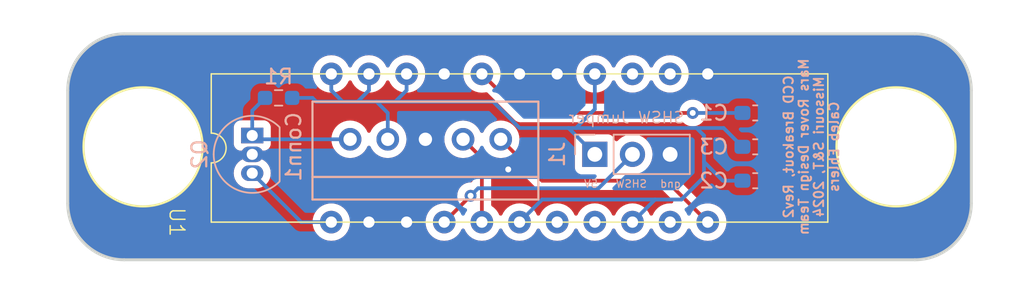
<source format=kicad_pcb>
(kicad_pcb (version 20221018) (generator pcbnew)
  (layers (0 "F.Cu" signal) (31 "B.Cu" signal) (34 "B.Paste" user) (35 "F.Paste" user) (36 "B.SilkS" user "B.Silkscreen") (37 "F.SilkS" user "F.Silkscreen") (38 "B.Mask" user) (39 "F.Mask" user) (44 "Edge.Cuts" user))
  (net 0 "")
  (net 1 "GND")
  (net 2 "Net-(U1-VGG)")
  (net 3 "+5V")
  (net 4 "SHSW")
  (net 5 "Vout")
  (net 6 "øCLK")
  (net 10 "øROG")
  (net 13 "BJT_Input")
  (footprint "MRDT_CCD:ILX511" (layer "F.Cu") (at 47.526 22.004)
    (fp_text reference "U1" (at -2.314 10 -90 unlocked) (layer "F.SilkS") (effects (font (thickness 0.1))))
    (fp_text value "ILX511")
    (fp_line (start 0 0) (end 0 3.996807) (stroke (width 0.1)) (layer "F.SilkS"))
    (fp_line (start 0 6.003193) (end 0 10) (stroke (width 0.1)) (layer "F.SilkS"))
    (fp_line (start 0 10) (end 41.6 10) (stroke (width 0.1)) (layer "F.SilkS"))
    (fp_line (start 41.6 0) (end 0 0) (stroke (width 0.1)) (layer "F.SilkS"))
    (fp_line (start 41.6 0) (end 41.6 10) (stroke (width 0.1)) (layer "F.SilkS"))
    (fp_arc (start 0 3.996807) (mid 1.003193 5) (end 0 6.003193) (stroke (width 0.1)) (layer "F.SilkS"))
    (pad "1" thru_hole circle (at 8.1 10) (size 1.524 1.524) (drill 0.762) (layers "*.Cu" "*.Mask") (net 13 "BJT_Input"))
    (pad "2" thru_hole circle (at 10.64 10) (size 1.524 1.524) (drill 0.762) (layers "*.Cu" "*.Mask") (net 1 "GND"))
    (pad "3" thru_hole circle (at 13.18 10) (size 1.524 1.524) (drill 0.762) (layers "*.Cu" "*.Mask") (net 1 "GND"))
    (pad "4" thru_hole circle (at 15.72 10) (size 1.524 1.524) (drill 0.762) (layers "*.Cu" "*.Mask") (net 4 "SHSW"))
    (pad "5" thru_hole circle (at 18.26 10) (size 1.524 1.524) (drill 0.762) (layers "*.Cu" "*.Mask") (net 6 "øCLK"))
    (pad "6" thru_hole circle (at 20.8 10) (size 1.524 1.524) (drill 0.762) (layers "*.Cu" "*.Mask") (net 3 "+5V"))
    (pad "7" thru_hole circle (at 23.34 10) (size 1.524 1.524) (drill 0.762) (layers "*.Cu" "*.Mask"))
    (pad "8" thru_hole circle (at 25.88 10) (size 1.524 1.524) (drill 0.762) (layers "*.Cu" "*.Mask"))
    (pad "9" thru_hole circle (at 28.42 10) (size 1.524 1.524) (drill 0.762) (layers "*.Cu" "*.Mask") (net 3 "+5V"))
    (pad "10" thru_hole circle (at 30.96 10) (size 1.524 1.524) (drill 0.762) (layers "*.Cu" "*.Mask"))
    (pad "11" thru_hole circle (at 33.5 10) (size 1.524 1.524) (drill 0.762) (layers "*.Cu" "*.Mask") (net 10 "øROG"))
    (pad "12" thru_hole circle (at 33.5 0) (size 1.524 1.524) (drill 0.762) (layers "*.Cu" "*.Mask") (net 1 "GND"))
    (pad "13" thru_hole circle (at 30.96 0) (size 1.524 1.524) (drill 0.762) (layers "*.Cu" "*.Mask"))
    (pad "14" thru_hole circle (at 28.42 0) (size 1.524 1.524) (drill 0.762) (layers "*.Cu" "*.Mask"))
    (pad "15" thru_hole circle (at 25.88 0) (size 1.524 1.524) (drill 0.762) (layers "*.Cu" "*.Mask") (net 3 "+5V"))
    (pad "16" thru_hole circle (at 23.34 0) (size 1.524 1.524) (drill 0.762) (layers "*.Cu" "*.Mask") (net 1 "GND"))
    (pad "17" thru_hole circle (at 20.8 0) (size 1.524 1.524) (drill 0.762) (layers "*.Cu" "*.Mask") (net 1 "GND"))
    (pad "18" thru_hole circle (at 18.26 0) (size 1.524 1.524) (drill 0.762) (layers "*.Cu" "*.Mask") (net 2 "Net-(U1-VGG)"))
    (pad "19" thru_hole circle (at 15.72 0) (size 1.524 1.524) (drill 0.762) (layers "*.Cu" "*.Mask") (net 1 "GND"))
    (pad "20" thru_hole circle (at 13.18 0) (size 1.524 1.524) (drill 0.762) (layers "*.Cu" "*.Mask") (net 3 "+5V"))
    (pad "21" thru_hole circle (at 10.64 0) (size 1.524 1.524) (drill 0.762) (layers "*.Cu" "*.Mask") (net 3 "+5V"))
    (pad "22" thru_hole circle (at 8.1 0) (size 1.524 1.524) (drill 0.762) (layers "*.Cu" "*.Mask") (net 3 "+5V"))
  )
  (footprint "MRDT_Drill_Holes:4_40_Hole" (layer "F.Cu") (at 93.726 26.924)
    (fp_text reference "V2" hide)
    (fp_text value "Via" hide)
    (fp_circle (center 0 0) (end -0.00508 4.01828) (stroke (width 0.15)) (fill none) (layer "F.SilkS"))
    (pad "" np_thru_hole circle (at 0 0) (size 2.9464 2.9464) (drill 2.9464) (layers "*.Cu" "*.Mask") (clearance 2.5))
  )
  (footprint "MRDT_Drill_Holes:4_40_Hole" (layer "F.Cu") (at 42.926 26.924)
    (fp_text reference "V1" hide)
    (fp_text value "Via" hide)
    (fp_circle (center 0 0) (end -0.00508 4.01828) (stroke (width 0.15)) (fill none) (layer "F.SilkS"))
    (pad "" np_thru_hole circle (at 0 0) (size 2.9464 2.9464) (drill 2.9464) (layers "*.Cu" "*.Mask") (clearance 2.5))
  )
  (footprint "Capacitor_SMD:C_0603_1608Metric_Pad1.08x0.95mm_HandSolder" (layer "B.Cu") (at 84.2275 26.924 180)
    (fp_text reference "C3" (at 2.794 0) (layer "B.SilkS") (effects (justify mirror)))
    (fp_text value "22µF")
    (fp_line (start -0.146267 -0.51) (end 0.146267 -0.51) (stroke (width 0.12)) (layer "B.SilkS"))
    (fp_line (start -0.146267 0.51) (end 0.146267 0.51) (stroke (width 0.12)) (layer "B.SilkS"))
    (pad "1" smd roundrect (at -0.8625 0 180) (size 1.075 0.95) (layers "B.Cu" "B.Paste" "B.Mask") (net 1 "GND"))
    (pad "2" smd roundrect (at 0.8625 0 180) (size 1.075 0.95) (layers "B.Cu" "B.Paste" "B.Mask") (net 3 "+5V"))
  )
  (footprint "Package_TO_SOT_THT:TO-92_Inline" (layer "B.Cu") (at 50.292 26.162 -90)
    (fp_text reference "Q2" (at 1.27 3.56 90) (layer "B.SilkS") (effects (justify mirror)))
    (fp_text value "KSA1015YTA")
    (fp_line (start -0.53 -1.85) (end 3.07 -1.85) (stroke (width 0.12)) (layer "B.SilkS"))
    (fp_arc (start 1.27 2.6) (mid -1.132087 0.994977) (end -0.568478 -1.838478) (stroke (width 0.12)) (layer "B.SilkS"))
    (fp_arc (start 3.108478 -1.838478) (mid 3.672087 0.994977) (end 1.27 2.6) (stroke (width 0.12)) (layer "B.SilkS"))
    (pad "1" thru_hole rect (at 0 0 270) (size 1.05 1.5) (drill 0.75) (layers "*.Cu" "*.Mask") (net 5 "Vout"))
    (pad "2" thru_hole oval (at 1.27 0 270) (size 1.05 1.5) (drill 0.75) (layers "*.Cu" "*.Mask") (net 1 "GND"))
    (pad "3" thru_hole oval (at 2.54 0 270) (size 1.05 1.5) (drill 0.75) (layers "*.Cu" "*.Mask") (net 13 "BJT_Input"))
  )
  (footprint "Capacitor_SMD:C_0603_1608Metric_Pad1.08x0.95mm_HandSolder" (layer "B.Cu") (at 84.2275 29.21 180)
    (fp_text reference "C2" (at 2.794 0) (layer "B.SilkS") (effects (justify mirror)))
    (fp_text value "0.01µF")
    (fp_line (start -0.146267 -0.51) (end 0.146267 -0.51) (stroke (width 0.12)) (layer "B.SilkS"))
    (fp_line (start -0.146267 0.51) (end 0.146267 0.51) (stroke (width 0.12)) (layer "B.SilkS"))
    (pad "1" smd roundrect (at -0.8625 0 180) (size 1.075 0.95) (layers "B.Cu" "B.Paste" "B.Mask") (net 1 "GND"))
    (pad "2" smd roundrect (at 0.8625 0 180) (size 1.075 0.95) (layers "B.Cu" "B.Paste" "B.Mask") (net 3 "+5V"))
  )
  (footprint "Resistor_SMD:R_0603_1608Metric_Pad0.98x0.95mm_HandSolder" (layer "B.Cu") (at 52.07 23.622 180)
    (fp_text reference "R1" (at 0 1.43) (layer "B.SilkS") (effects (justify mirror)))
    (fp_text value "6.8k")
    (fp_line (start -0.254724 -0.5225) (end 0.254724 -0.5225) (stroke (width 0.12)) (layer "B.SilkS"))
    (fp_line (start -0.254724 0.5225) (end 0.254724 0.5225) (stroke (width 0.12)) (layer "B.SilkS"))
    (pad "1" smd roundrect (at -0.9125 0 180) (size 0.975 0.95) (layers "B.Cu" "B.Paste" "B.Mask") (net 3 "+5V"))
    (pad "2" smd roundrect (at 0.9125 0 180) (size 0.975 0.95) (layers "B.Cu" "B.Paste" "B.Mask") (net 5 "Vout"))
  )
  (footprint "MRDT_Connectors:MOLEX_SL_05_Vertical" (layer "B.Cu") (at 56.896 26.416)
    (fp_text reference "Conn1" (at -3.81 0.508 -90) (layer "B.SilkS") (effects (justify mirror)))
    (fp_text value locked "Molex_SL_05")
    (fp_line (start -2.54 -2.54) (end -2.54 2.54) (stroke (width 0.15)) (layer "B.SilkS"))
    (fp_line (start -2.54 2.54) (end 12.7 2.54) (stroke (width 0.15)) (layer "B.SilkS"))
    (fp_line (start -2.54 4.064) (end -2.54 2.54) (stroke (width 0.15)) (layer "B.SilkS"))
    (fp_line (start 12.7 -2.54) (end -2.54 -2.54) (stroke (width 0.15)) (layer "B.SilkS"))
    (fp_line (start 12.7 -2.54) (end 12.7 2.54) (stroke (width 0.15)) (layer "B.SilkS"))
    (fp_line (start 12.7 2.54) (end 12.7 4.064) (stroke (width 0.15)) (layer "B.SilkS"))
    (fp_line (start 12.7 4.064) (end -2.54 4.064) (stroke (width 0.15)) (layer "B.SilkS"))
    (pad "1" thru_hole circle (at 0 0) (size 1.524 1.524) (drill 0.9) (layers "*.Cu" "*.Mask") (net 5 "Vout"))
    (pad "2" thru_hole circle (at 2.54 0) (size 1.524 1.524) (drill 0.9) (layers "*.Cu" "*.Mask") (net 3 "+5V"))
    (pad "3" thru_hole circle (at 5.08 0) (size 1.524 1.524) (drill 0.9) (layers "*.Cu" "*.Mask") (net 1 "GND"))
    (pad "4" thru_hole circle (at 7.62 0) (size 1.524 1.524) (drill 0.9) (layers "*.Cu" "*.Mask") (net 6 "øCLK"))
    (pad "5" thru_hole circle (at 10.16 0) (size 1.524 1.524) (drill 0.9) (layers "*.Cu" "*.Mask") (net 10 "øROG"))
  )
  (footprint "Capacitor_SMD:C_0603_1608Metric_Pad1.08x0.95mm_HandSolder" (layer "B.Cu") (at 84.2275 24.638 180)
    (fp_text reference "C1" (at 2.794 0) (layer "B.SilkS") (effects (justify mirror)))
    (fp_text value "10µF")
    (fp_line (start -0.146267 -0.51) (end 0.146267 -0.51) (stroke (width 0.12)) (layer "B.SilkS"))
    (fp_line (start -0.146267 0.51) (end 0.146267 0.51) (stroke (width 0.12)) (layer "B.SilkS"))
    (pad "1" smd roundrect (at -0.8625 0 180) (size 1.075 0.95) (layers "B.Cu" "B.Paste" "B.Mask") (net 1 "GND"))
    (pad "2" smd roundrect (at 0.8625 0 180) (size 1.075 0.95) (layers "B.Cu" "B.Paste" "B.Mask") (net 2 "Net-(U1-VGG)"))
  )
  (footprint "Connector_PinHeader_2.54mm:PinHeader_1x03_P2.54mm_Vertical" (layer "B.Cu") (at 73.406 27.432 -90)
    (fp_text reference "J1" (at 0 2.54 90) (layer "B.SilkS") (effects (justify mirror)))
    (fp_text value "Conn_01x03_Pin")
    (fp_line (start -1.33 -6.41) (end 1.33 -6.41) (stroke (width 0.12)) (layer "B.SilkS"))
    (fp_line (start -1.33 -1.27) (end -1.33 -6.41) (stroke (width 0.12)) (layer "B.SilkS"))
    (fp_line (start -1.33 -1.27) (end 1.33 -1.27) (stroke (width 0.12)) (layer "B.SilkS"))
    (fp_line (start -1.33 0) (end -1.33 1.33) (stroke (width 0.12)) (layer "B.SilkS"))
    (fp_line (start -1.33 1.33) (end 0 1.33) (stroke (width 0.12)) (layer "B.SilkS"))
    (fp_line (start 1.33 -1.27) (end 1.33 -6.41) (stroke (width 0.12)) (layer "B.SilkS"))
    (pad "1" thru_hole rect (at 0 0 270) (size 1.7 1.7) (drill 1) (layers "*.Cu" "*.Mask") (net 3 "+5V"))
    (pad "2" thru_hole oval (at 0 -2.54 270) (size 1.7 1.7) (drill 1) (layers "*.Cu" "*.Mask") (net 4 "SHSW"))
    (pad "3" thru_hole oval (at 0 -5.08 270) (size 1.7 1.7) (drill 1) (layers "*.Cu" "*.Mask") (net 1 "GND"))
  )
  (gr_line (start 98.805999 23.114001) (end 98.805999 30.733999) (stroke (width 0.199898)) (layer "Edge.Cuts"))
  (gr_line (start 41.656 19.304) (end 94.995999 19.304001) (stroke (width 0.199898)) (layer "Edge.Cuts"))
  (gr_arc (start 37.846 23.114) (mid 38.961923 20.419923) (end 41.656 19.304) (stroke (width 0.2)) (layer "Edge.Cuts"))
  (gr_arc (start 94.995999 19.304001) (mid 97.690076 20.419924) (end 98.805999 23.114001) (stroke (width 0.2)) (layer "Edge.Cuts"))
  (gr_line (start 94.995999 34.543999) (end 41.656001 34.543999) (stroke (width 0.199898)) (layer "Edge.Cuts"))
  (gr_line (start 37.846001 30.733999) (end 37.846 23.114) (stroke (width 0.199898)) (layer "Edge.Cuts"))
  (gr_arc (start 41.656001 34.543999) (mid 38.961924 33.428076) (end 37.846001 30.733999) (stroke (width 0.2)) (layer "Edge.Cuts"))
  (gr_arc (start 98.805999 30.733999) (mid 97.690076 33.428076) (end 94.995999 34.543999) (stroke (width 0.2)) (layer "Edge.Cuts"))
  (gr_text "CCD Breakout, Rev2\nMars Rover Design Team\nMissouri S&T, 2024\nCaleb Ehlers" (at 89.916 26.924 90) (layer "B.SilkS") (effects (font (size 0.635 0.635) (thickness 0.127) bold) (justify bottom mirror)))
  (gr_text "gnd" (at 79.248 29.718) (layer "B.SilkS") (effects (font (size 0.508 0.508) (thickness 0.0762)) (justify left bottom mirror)))
  (gr_text "5V" (at 73.66 29.718) (layer "B.SilkS") (effects (font (size 0.508 0.508) (thickness 0.0762)) (justify left bottom mirror)))
  (gr_text "SHSW Jumper" (at 79.502 25.4) (layer "B.SilkS") (effects (font (size 0.762 0.762) (thickness 0.09525)) (justify left bottom mirror)))
  (gr_text "SHSW" (at 76.962 29.718) (layer "B.SilkS") (effects (font (size 0.508 0.508) (thickness 0.0762)) (justify left bottom mirror)))
  (via (at 67.564 28.448) (size 0.8) (drill 0.4) (layers "F.Cu" "B.Cu") (net 1))
  (segment (start 68.42 24.638) (end 65.786 22.004) (width 0.254) (layer "F.Cu") (net 2))
  (segment (start 80.01 24.638) (end 68.42 24.638) (width 0.254) (layer "F.Cu") (net 2))
  (via (at 80.01 24.638) (size 0.8) (drill 0.4) (layers "F.Cu" "B.Cu") (net 2))
  (segment (start 83.365 24.638) (end 80.01 24.638) (width 0.254) (layer "B.Cu") (net 2))
  (segment (start 58.674 23.876) (end 59.944 23.876) (width 0.254) (layer "B.Cu") (net 3))
  (segment (start 80.772 26.162) (end 80.772 27.94) (width 0.254) (layer "B.Cu") (net 3))
  (segment (start 80.772 27.94) (end 80.772 28.956) (width 0.254) (layer "B.Cu") (net 3))
  (segment (start 54.356 23.622) (end 54.61 23.876) (width 0.25) (layer "B.Cu") (net 3))
  (segment (start 80.264 25.654) (end 80.772 26.162) (width 0.254) (layer "B.Cu") (net 3))
  (segment (start 58.166 22.004) (end 58.166 23.114) (width 0.254) (layer "B.Cu") (net 3))
  (segment (start 75.946 32.004) (end 77.47 30.48) (width 0.254) (layer "B.Cu") (net 3))
  (segment (start 52.9825 23.622) (end 54.356 23.622) (width 0.25) (layer "B.Cu") (net 3))
  (segment (start 60.706 23.114) (end 59.944 23.876) (width 0.254) (layer "B.Cu") (net 3))
  (segment (start 73.406 27.432) (end 71.628 25.654) (width 0.254) (layer "B.Cu") (net 3))
  (segment (start 80.264 25.654) (end 82.095 25.654) (width 0.254) (layer "B.Cu") (net 3))
  (segment (start 77.47 30.48) (end 69.85 30.48) (width 0.254) (layer "B.Cu") (net 3))
  (segment (start 79.248 30.48) (end 77.47 30.48) (width 0.254) (layer "B.Cu") (net 3))
  (segment (start 73.406 24.384) (end 72.136 25.654) (width 0.254) (layer "B.Cu") (net 3))
  (segment (start 57.404 23.876) (end 58.674 23.876) (width 0.254) (layer "B.Cu") (net 3))
  (segment (start 82.095 25.654) (end 83.365 26.924) (width 0.254) (layer "B.Cu") (net 3))
  (segment (start 80.772 28.956) (end 79.248 30.48) (width 0.254) (layer "B.Cu") (net 3))
  (segment (start 54.61 23.876) (end 56.388 23.876) (width 0.25) (layer "B.Cu") (net 3))
  (segment (start 82.042 29.21) (end 83.365 29.21) (width 0.254) (layer "B.Cu") (net 3))
  (segment (start 68.326 25.654) (end 71.628 25.654) (width 0.254) (layer "B.Cu") (net 3))
  (segment (start 59.436 24.638) (end 58.674 23.876) (width 0.25) (layer "B.Cu") (net 3))
  (segment (start 58.166 23.114) (end 57.404 23.876) (width 0.254) (layer "B.Cu") (net 3))
  (segment (start 80.772 27.94) (end 82.042 29.21) (width 0.254) (layer "B.Cu") (net 3))
  (segment (start 57.404 23.876) (end 56.388 23.876) (width 0.254) (layer "B.Cu") (net 3))
  (segment (start 59.436 26.416) (end 59.436 24.638) (width 0.25) (layer "B.Cu") (net 3))
  (segment (start 66.548 23.876) (end 68.326 25.654) (width 0.254) (layer "B.Cu") (net 3))
  (segment (start 73.406 22.004) (end 73.406 24.384) (width 0.254) (layer "B.Cu") (net 3))
  (segment (start 56.388 23.876) (end 55.626 23.114) (width 0.254) (layer "B.Cu") (net 3))
  (segment (start 69.85 30.48) (end 68.326 32.004) (width 0.254) (layer "B.Cu") (net 3))
  (segment (start 60.706 22.004) (end 60.706 23.114) (width 0.254) (layer "B.Cu") (net 3))
  (segment (start 55.626 23.114) (end 55.626 22.004) (width 0.254) (layer "B.Cu") (net 3))
  (segment (start 59.944 23.876) (end 66.548 23.876) (width 0.254) (layer "B.Cu") (net 3))
  (segment (start 72.136 25.654) (end 80.264 25.654) (width 0.254) (layer "B.Cu") (net 3))
  (segment (start 71.628 25.654) (end 72.136 25.654) (width 0.254) (layer "B.Cu") (net 3))
  (segment (start 65.024 30.226) (end 63.246 32.004) (width 0.254) (layer "F.Cu") (net 4))
  (via (at 65.024 30.226) (size 0.8) (drill 0.4) (layers "F.Cu" "B.Cu") (net 4))
  (segment (start 65.024 30.226) (end 65.532 29.718) (width 0.254) (layer "B.Cu") (net 4))
  (segment (start 73.66 29.718) (end 75.946 27.432) (width 0.254) (layer "B.Cu") (net 4))
  (segment (start 65.532 29.718) (end 73.66 29.718) (width 0.254) (layer "B.Cu") (net 4))
  (segment (start 50.292 26.162) (end 50.292 24.4875) (width 0.25) (layer "B.Cu") (net 5))
  (segment (start 56.896 26.416) (end 50.546 26.416) (width 0.25) (layer "B.Cu") (net 5))
  (segment (start 50.292 24.4875) (end 51.1575 23.622) (width 0.25) (layer "B.Cu") (net 5))
  (segment (start 50.546 26.416) (end 50.292 26.162) (width 0.25) (layer "B.Cu") (net 5))
  (segment (start 64.516 26.416) (end 65.786 27.686) (width 0.25) (layer "F.Cu") (net 6))
  (segment (start 65.786 27.686) (end 65.786 32.004) (width 0.25) (layer "F.Cu") (net 6))
  (segment (start 78.232 29.21) (end 69.85 29.21) (width 0.254) (layer "F.Cu") (net 10))
  (segment (start 81.026 32.004) (end 78.232 29.21) (width 0.254) (layer "F.Cu") (net 10))
  (segment (start 67.056 26.416) (end 69.85 29.21) (width 0.25) (layer "F.Cu") (net 10))
  (segment (start 50.292 28.702) (end 53.594 32.004) (width 0.25) (layer "B.Cu") (net 13))
  (segment (start 53.594 32.004) (end 55.626 32.004) (width 0.25) (layer "B.Cu") (net 13))
  (zone (net 1) (net_name "GND") (layers "F&B.Cu") (connect_pads yes (clearance 0.5)) (min_thickness 0.25) (fill yes (thermal_gap 0.5) (thermal_bridge_width 0.5))
    (polygon (pts (xy 33.274 17.018) (xy 102.362 17.018) (xy 102.362 37.592) (xy 33.274 37.592)))
  )
)
</source>
